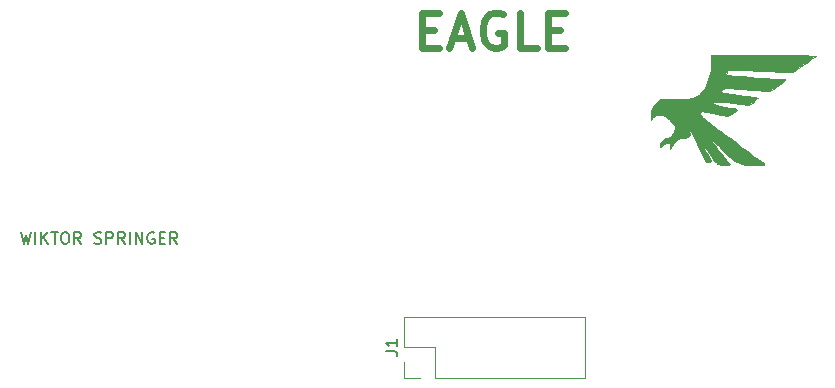
<source format=gbr>
%TF.GenerationSoftware,KiCad,Pcbnew,(5.1.9)-1*%
%TF.CreationDate,2021-05-13T01:41:10+02:00*%
%TF.ProjectId,CzujnikOdb,437a756a-6e69-46b4-9f64-622e6b696361,rev?*%
%TF.SameCoordinates,Original*%
%TF.FileFunction,Legend,Top*%
%TF.FilePolarity,Positive*%
%FSLAX46Y46*%
G04 Gerber Fmt 4.6, Leading zero omitted, Abs format (unit mm)*
G04 Created by KiCad (PCBNEW (5.1.9)-1) date 2021-05-13 01:41:10*
%MOMM*%
%LPD*%
G01*
G04 APERTURE LIST*
%ADD10C,0.150000*%
%ADD11C,0.600000*%
%ADD12C,0.010000*%
%ADD13C,0.120000*%
G04 APERTURE END LIST*
D10*
X83357142Y-115152380D02*
X83595238Y-116152380D01*
X83785714Y-115438095D01*
X83976190Y-116152380D01*
X84214285Y-115152380D01*
X84595238Y-116152380D02*
X84595238Y-115152380D01*
X85071428Y-116152380D02*
X85071428Y-115152380D01*
X85642857Y-116152380D02*
X85214285Y-115580952D01*
X85642857Y-115152380D02*
X85071428Y-115723809D01*
X85928571Y-115152380D02*
X86500000Y-115152380D01*
X86214285Y-116152380D02*
X86214285Y-115152380D01*
X87023809Y-115152380D02*
X87214285Y-115152380D01*
X87309523Y-115200000D01*
X87404761Y-115295238D01*
X87452380Y-115485714D01*
X87452380Y-115819047D01*
X87404761Y-116009523D01*
X87309523Y-116104761D01*
X87214285Y-116152380D01*
X87023809Y-116152380D01*
X86928571Y-116104761D01*
X86833333Y-116009523D01*
X86785714Y-115819047D01*
X86785714Y-115485714D01*
X86833333Y-115295238D01*
X86928571Y-115200000D01*
X87023809Y-115152380D01*
X88452380Y-116152380D02*
X88119047Y-115676190D01*
X87880952Y-116152380D02*
X87880952Y-115152380D01*
X88261904Y-115152380D01*
X88357142Y-115200000D01*
X88404761Y-115247619D01*
X88452380Y-115342857D01*
X88452380Y-115485714D01*
X88404761Y-115580952D01*
X88357142Y-115628571D01*
X88261904Y-115676190D01*
X87880952Y-115676190D01*
X89595238Y-116104761D02*
X89738095Y-116152380D01*
X89976190Y-116152380D01*
X90071428Y-116104761D01*
X90119047Y-116057142D01*
X90166666Y-115961904D01*
X90166666Y-115866666D01*
X90119047Y-115771428D01*
X90071428Y-115723809D01*
X89976190Y-115676190D01*
X89785714Y-115628571D01*
X89690476Y-115580952D01*
X89642857Y-115533333D01*
X89595238Y-115438095D01*
X89595238Y-115342857D01*
X89642857Y-115247619D01*
X89690476Y-115200000D01*
X89785714Y-115152380D01*
X90023809Y-115152380D01*
X90166666Y-115200000D01*
X90595238Y-116152380D02*
X90595238Y-115152380D01*
X90976190Y-115152380D01*
X91071428Y-115200000D01*
X91119047Y-115247619D01*
X91166666Y-115342857D01*
X91166666Y-115485714D01*
X91119047Y-115580952D01*
X91071428Y-115628571D01*
X90976190Y-115676190D01*
X90595238Y-115676190D01*
X92166666Y-116152380D02*
X91833333Y-115676190D01*
X91595238Y-116152380D02*
X91595238Y-115152380D01*
X91976190Y-115152380D01*
X92071428Y-115200000D01*
X92119047Y-115247619D01*
X92166666Y-115342857D01*
X92166666Y-115485714D01*
X92119047Y-115580952D01*
X92071428Y-115628571D01*
X91976190Y-115676190D01*
X91595238Y-115676190D01*
X92595238Y-116152380D02*
X92595238Y-115152380D01*
X93071428Y-116152380D02*
X93071428Y-115152380D01*
X93642857Y-116152380D01*
X93642857Y-115152380D01*
X94642857Y-115200000D02*
X94547619Y-115152380D01*
X94404761Y-115152380D01*
X94261904Y-115200000D01*
X94166666Y-115295238D01*
X94119047Y-115390476D01*
X94071428Y-115580952D01*
X94071428Y-115723809D01*
X94119047Y-115914285D01*
X94166666Y-116009523D01*
X94261904Y-116104761D01*
X94404761Y-116152380D01*
X94500000Y-116152380D01*
X94642857Y-116104761D01*
X94690476Y-116057142D01*
X94690476Y-115723809D01*
X94500000Y-115723809D01*
X95119047Y-115628571D02*
X95452380Y-115628571D01*
X95595238Y-116152380D02*
X95119047Y-116152380D01*
X95119047Y-115152380D01*
X95595238Y-115152380D01*
X96595238Y-116152380D02*
X96261904Y-115676190D01*
X96023809Y-116152380D02*
X96023809Y-115152380D01*
X96404761Y-115152380D01*
X96500000Y-115200000D01*
X96547619Y-115247619D01*
X96595238Y-115342857D01*
X96595238Y-115485714D01*
X96547619Y-115580952D01*
X96500000Y-115628571D01*
X96404761Y-115676190D01*
X96023809Y-115676190D01*
D11*
X117310000Y-98015714D02*
X118310000Y-98015714D01*
X118738571Y-99587142D02*
X117310000Y-99587142D01*
X117310000Y-96587142D01*
X118738571Y-96587142D01*
X119881428Y-98730000D02*
X121310000Y-98730000D01*
X119595714Y-99587142D02*
X120595714Y-96587142D01*
X121595714Y-99587142D01*
X124167142Y-96730000D02*
X123881428Y-96587142D01*
X123452857Y-96587142D01*
X123024285Y-96730000D01*
X122738571Y-97015714D01*
X122595714Y-97301428D01*
X122452857Y-97872857D01*
X122452857Y-98301428D01*
X122595714Y-98872857D01*
X122738571Y-99158571D01*
X123024285Y-99444285D01*
X123452857Y-99587142D01*
X123738571Y-99587142D01*
X124167142Y-99444285D01*
X124310000Y-99301428D01*
X124310000Y-98301428D01*
X123738571Y-98301428D01*
X127024285Y-99587142D02*
X125595714Y-99587142D01*
X125595714Y-96587142D01*
X128024285Y-98015714D02*
X129024285Y-98015714D01*
X129452857Y-99587142D02*
X128024285Y-99587142D01*
X128024285Y-96587142D01*
X129452857Y-96587142D01*
D12*
%TO.C,G\u002A\u002A\u002A*%
G36*
X147116228Y-100181949D02*
G01*
X147908762Y-100185634D01*
X148630295Y-100191477D01*
X149265584Y-100199237D01*
X149799389Y-100208668D01*
X150216469Y-100219528D01*
X150501583Y-100231573D01*
X150639489Y-100244559D01*
X150649434Y-100250668D01*
X150523403Y-100347646D01*
X150294374Y-100513155D01*
X149999768Y-100721087D01*
X149677007Y-100945337D01*
X149363509Y-101159797D01*
X149096698Y-101338359D01*
X149003321Y-101399092D01*
X148621667Y-101643850D01*
X147394000Y-101580471D01*
X147056870Y-101563886D01*
X146629493Y-101544099D01*
X146139051Y-101522236D01*
X145612728Y-101499427D01*
X145077707Y-101476800D01*
X144561170Y-101455484D01*
X144090301Y-101436606D01*
X143692282Y-101421295D01*
X143394296Y-101410679D01*
X143223527Y-101405887D01*
X143193744Y-101406125D01*
X143169851Y-101479070D01*
X143132525Y-101625653D01*
X143080561Y-101842973D01*
X144073114Y-101943400D01*
X144518970Y-101984813D01*
X145074426Y-102030841D01*
X145680001Y-102076852D01*
X146276215Y-102118212D01*
X146505000Y-102132803D01*
X146988551Y-102163370D01*
X147418264Y-102191805D01*
X147763403Y-102215971D01*
X147993229Y-102233736D01*
X148071334Y-102241559D01*
X148082606Y-102292369D01*
X147966142Y-102405336D01*
X147817334Y-102511377D01*
X147596584Y-102659604D01*
X147439546Y-102771279D01*
X147394000Y-102808620D01*
X147302576Y-102883854D01*
X147129656Y-103010550D01*
X147083183Y-103043252D01*
X146814698Y-103230680D01*
X145178183Y-103102690D01*
X144472508Y-103048783D01*
X143917030Y-103010217D01*
X143493300Y-102987089D01*
X143182868Y-102979498D01*
X142967287Y-102987540D01*
X142828105Y-103011315D01*
X142746875Y-103050919D01*
X142705147Y-103106450D01*
X142701283Y-103115824D01*
X142677673Y-103223260D01*
X142719158Y-103302423D01*
X142850288Y-103363643D01*
X143095617Y-103417248D01*
X143479695Y-103473568D01*
X143584000Y-103487187D01*
X144059676Y-103548410D01*
X144588768Y-103616305D01*
X145070444Y-103677936D01*
X145150334Y-103688132D01*
X145509466Y-103739358D01*
X145711843Y-103782704D01*
X145769658Y-103821656D01*
X145721834Y-103851370D01*
X145574625Y-103929272D01*
X145531334Y-103990606D01*
X145468776Y-104084036D01*
X145315455Y-104217062D01*
X145288222Y-104236913D01*
X145045110Y-104410024D01*
X143616055Y-104240404D01*
X143066121Y-104177834D01*
X142658647Y-104138898D01*
X142368563Y-104122592D01*
X142170797Y-104127910D01*
X142040280Y-104153850D01*
X141990384Y-104175305D01*
X141912999Y-104226539D01*
X141914084Y-104271379D01*
X142015647Y-104320820D01*
X142239696Y-104385854D01*
X142583050Y-104471368D01*
X142951413Y-104555900D01*
X143278579Y-104622270D01*
X143515338Y-104660872D01*
X143584000Y-104666751D01*
X143765781Y-104694514D01*
X143927674Y-104754753D01*
X144014178Y-104822325D01*
X144004882Y-104857418D01*
X143916397Y-104916265D01*
X143733386Y-105034961D01*
X143594758Y-105124110D01*
X143359700Y-105262768D01*
X143185661Y-105316172D01*
X142997384Y-105299576D01*
X142875092Y-105269979D01*
X142625774Y-105211426D01*
X142291983Y-105141877D01*
X141919998Y-105069884D01*
X141556097Y-105004002D01*
X141246559Y-104952784D01*
X141037664Y-104924783D01*
X140992314Y-104922000D01*
X140900261Y-104994989D01*
X140874667Y-105126873D01*
X140910524Y-105258351D01*
X141033119Y-105411142D01*
X141264983Y-105609065D01*
X141488500Y-105775760D01*
X141766330Y-105978777D01*
X141988970Y-106145307D01*
X142122660Y-106249927D01*
X142144667Y-106269868D01*
X142232650Y-106345581D01*
X142409348Y-106482360D01*
X142525667Y-106569005D01*
X142730243Y-106722742D01*
X142872593Y-106835824D01*
X142906667Y-106866813D01*
X143000835Y-106941496D01*
X143175273Y-107059777D01*
X143200800Y-107076167D01*
X143396274Y-107205780D01*
X143532827Y-107304902D01*
X143539466Y-107310404D01*
X143656484Y-107402940D01*
X143872853Y-107568694D01*
X144151879Y-107780061D01*
X144456868Y-108009433D01*
X144751128Y-108229205D01*
X144997964Y-108411770D01*
X145147665Y-108520333D01*
X145375210Y-108691416D01*
X145624056Y-108891758D01*
X145660564Y-108922500D01*
X145848558Y-109067102D01*
X145989015Y-109148662D01*
X146016222Y-109155333D01*
X146128616Y-109212280D01*
X146251000Y-109324666D01*
X146312702Y-109398814D01*
X146320691Y-109447263D01*
X146250313Y-109475341D01*
X146076914Y-109488379D01*
X145775840Y-109491706D01*
X145480956Y-109491127D01*
X145023025Y-109482936D01*
X144691979Y-109457994D01*
X144445740Y-109410752D01*
X144242231Y-109335660D01*
X144219000Y-109324666D01*
X143989627Y-109223613D01*
X143816340Y-109164374D01*
X143779301Y-109158206D01*
X143650583Y-109095086D01*
X143563133Y-109007166D01*
X143465209Y-108899712D01*
X143268731Y-108698167D01*
X142997034Y-108425985D01*
X142673454Y-108106618D01*
X142446871Y-107885333D01*
X142079370Y-107528390D01*
X141823727Y-107282988D01*
X141670443Y-107142576D01*
X141610017Y-107100603D01*
X141632948Y-107150519D01*
X141729735Y-107285773D01*
X141890878Y-107499814D01*
X141894298Y-107504333D01*
X142126457Y-107810117D01*
X142344761Y-108096001D01*
X142510438Y-108311253D01*
X142541369Y-108351000D01*
X142717290Y-108576864D01*
X142834777Y-108731702D01*
X142939897Y-108877729D01*
X143074214Y-109070666D01*
X143222701Y-109270338D01*
X143343442Y-109408006D01*
X143368254Y-109429203D01*
X143343719Y-109459321D01*
X143199385Y-109476926D01*
X142984352Y-109481671D01*
X142747719Y-109473205D01*
X142538582Y-109451182D01*
X142462167Y-109435637D01*
X142336658Y-109368631D01*
X142314000Y-109324164D01*
X142244230Y-109243264D01*
X142144667Y-109197666D01*
X142007806Y-109120629D01*
X141975334Y-109062549D01*
X141930131Y-108961675D01*
X141808588Y-108756802D01*
X141631802Y-108482422D01*
X141509667Y-108301227D01*
X141313261Y-108021515D01*
X141157787Y-107813556D01*
X141063268Y-107703347D01*
X141044000Y-107696623D01*
X141080898Y-107811788D01*
X141173633Y-108020122D01*
X141295268Y-108267071D01*
X141418864Y-108498078D01*
X141517484Y-108658591D01*
X141522139Y-108664951D01*
X141614631Y-108821605D01*
X141702969Y-109007166D01*
X141760228Y-109170420D01*
X141714899Y-109231245D01*
X141566479Y-109240000D01*
X141405954Y-109213469D01*
X141292167Y-109105977D01*
X141182281Y-108880166D01*
X141072520Y-108624619D01*
X140974953Y-108414885D01*
X140949724Y-108365955D01*
X140801956Y-108082272D01*
X140599741Y-107674889D01*
X140510628Y-107490222D01*
X140902889Y-107490222D01*
X140914511Y-107540556D01*
X140959334Y-107546666D01*
X141029024Y-107515688D01*
X141015778Y-107490222D01*
X140915298Y-107480089D01*
X140902889Y-107490222D01*
X140510628Y-107490222D01*
X140358256Y-107174466D01*
X140316613Y-107087022D01*
X140077977Y-106585044D01*
X140008513Y-106853113D01*
X139944313Y-107019372D01*
X139831695Y-107124102D01*
X139632727Y-107185613D01*
X139309474Y-107222211D01*
X139232242Y-107227766D01*
X138951603Y-107289535D01*
X138808908Y-107419666D01*
X138715748Y-107571543D01*
X138668426Y-107631333D01*
X138590650Y-107725805D01*
X138477926Y-107883005D01*
X138334667Y-108092344D01*
X138334667Y-107861838D01*
X138310511Y-107697761D01*
X138202812Y-107637582D01*
X138081384Y-107631333D01*
X137830888Y-107694666D01*
X137722351Y-107800666D01*
X137598130Y-107947198D01*
X137514916Y-107939963D01*
X137488000Y-107801310D01*
X137561453Y-107567716D01*
X137743573Y-107357198D01*
X137977001Y-107226135D01*
X138091626Y-107208000D01*
X138318114Y-107132681D01*
X138531456Y-106939760D01*
X138691441Y-106678794D01*
X138757856Y-106399336D01*
X138758000Y-106386789D01*
X138726974Y-106215648D01*
X138617424Y-106032320D01*
X138404640Y-105799761D01*
X138297402Y-105696281D01*
X138045769Y-105468261D01*
X137860159Y-105337055D01*
X137690095Y-105276592D01*
X137485100Y-105260798D01*
X137454033Y-105260666D01*
X137153580Y-105290920D01*
X136950901Y-105395666D01*
X136898632Y-105445964D01*
X136726000Y-105631263D01*
X136726000Y-105165228D01*
X136734218Y-104904868D01*
X136777612Y-104721795D01*
X136884293Y-104554866D01*
X137082371Y-104342939D01*
X137122597Y-104302596D01*
X137519193Y-103905999D01*
X138752430Y-103905527D01*
X139347156Y-103899739D01*
X139801963Y-103878743D01*
X140146025Y-103836315D01*
X140408518Y-103766233D01*
X140618616Y-103662272D01*
X140805494Y-103518212D01*
X140875434Y-103452686D01*
X141289571Y-102932645D01*
X141583290Y-102296906D01*
X141754753Y-101550650D01*
X141802984Y-100836833D01*
X141806000Y-100180666D01*
X146267934Y-100180666D01*
X147116228Y-100181949D01*
G37*
X147116228Y-100181949D02*
X147908762Y-100185634D01*
X148630295Y-100191477D01*
X149265584Y-100199237D01*
X149799389Y-100208668D01*
X150216469Y-100219528D01*
X150501583Y-100231573D01*
X150639489Y-100244559D01*
X150649434Y-100250668D01*
X150523403Y-100347646D01*
X150294374Y-100513155D01*
X149999768Y-100721087D01*
X149677007Y-100945337D01*
X149363509Y-101159797D01*
X149096698Y-101338359D01*
X149003321Y-101399092D01*
X148621667Y-101643850D01*
X147394000Y-101580471D01*
X147056870Y-101563886D01*
X146629493Y-101544099D01*
X146139051Y-101522236D01*
X145612728Y-101499427D01*
X145077707Y-101476800D01*
X144561170Y-101455484D01*
X144090301Y-101436606D01*
X143692282Y-101421295D01*
X143394296Y-101410679D01*
X143223527Y-101405887D01*
X143193744Y-101406125D01*
X143169851Y-101479070D01*
X143132525Y-101625653D01*
X143080561Y-101842973D01*
X144073114Y-101943400D01*
X144518970Y-101984813D01*
X145074426Y-102030841D01*
X145680001Y-102076852D01*
X146276215Y-102118212D01*
X146505000Y-102132803D01*
X146988551Y-102163370D01*
X147418264Y-102191805D01*
X147763403Y-102215971D01*
X147993229Y-102233736D01*
X148071334Y-102241559D01*
X148082606Y-102292369D01*
X147966142Y-102405336D01*
X147817334Y-102511377D01*
X147596584Y-102659604D01*
X147439546Y-102771279D01*
X147394000Y-102808620D01*
X147302576Y-102883854D01*
X147129656Y-103010550D01*
X147083183Y-103043252D01*
X146814698Y-103230680D01*
X145178183Y-103102690D01*
X144472508Y-103048783D01*
X143917030Y-103010217D01*
X143493300Y-102987089D01*
X143182868Y-102979498D01*
X142967287Y-102987540D01*
X142828105Y-103011315D01*
X142746875Y-103050919D01*
X142705147Y-103106450D01*
X142701283Y-103115824D01*
X142677673Y-103223260D01*
X142719158Y-103302423D01*
X142850288Y-103363643D01*
X143095617Y-103417248D01*
X143479695Y-103473568D01*
X143584000Y-103487187D01*
X144059676Y-103548410D01*
X144588768Y-103616305D01*
X145070444Y-103677936D01*
X145150334Y-103688132D01*
X145509466Y-103739358D01*
X145711843Y-103782704D01*
X145769658Y-103821656D01*
X145721834Y-103851370D01*
X145574625Y-103929272D01*
X145531334Y-103990606D01*
X145468776Y-104084036D01*
X145315455Y-104217062D01*
X145288222Y-104236913D01*
X145045110Y-104410024D01*
X143616055Y-104240404D01*
X143066121Y-104177834D01*
X142658647Y-104138898D01*
X142368563Y-104122592D01*
X142170797Y-104127910D01*
X142040280Y-104153850D01*
X141990384Y-104175305D01*
X141912999Y-104226539D01*
X141914084Y-104271379D01*
X142015647Y-104320820D01*
X142239696Y-104385854D01*
X142583050Y-104471368D01*
X142951413Y-104555900D01*
X143278579Y-104622270D01*
X143515338Y-104660872D01*
X143584000Y-104666751D01*
X143765781Y-104694514D01*
X143927674Y-104754753D01*
X144014178Y-104822325D01*
X144004882Y-104857418D01*
X143916397Y-104916265D01*
X143733386Y-105034961D01*
X143594758Y-105124110D01*
X143359700Y-105262768D01*
X143185661Y-105316172D01*
X142997384Y-105299576D01*
X142875092Y-105269979D01*
X142625774Y-105211426D01*
X142291983Y-105141877D01*
X141919998Y-105069884D01*
X141556097Y-105004002D01*
X141246559Y-104952784D01*
X141037664Y-104924783D01*
X140992314Y-104922000D01*
X140900261Y-104994989D01*
X140874667Y-105126873D01*
X140910524Y-105258351D01*
X141033119Y-105411142D01*
X141264983Y-105609065D01*
X141488500Y-105775760D01*
X141766330Y-105978777D01*
X141988970Y-106145307D01*
X142122660Y-106249927D01*
X142144667Y-106269868D01*
X142232650Y-106345581D01*
X142409348Y-106482360D01*
X142525667Y-106569005D01*
X142730243Y-106722742D01*
X142872593Y-106835824D01*
X142906667Y-106866813D01*
X143000835Y-106941496D01*
X143175273Y-107059777D01*
X143200800Y-107076167D01*
X143396274Y-107205780D01*
X143532827Y-107304902D01*
X143539466Y-107310404D01*
X143656484Y-107402940D01*
X143872853Y-107568694D01*
X144151879Y-107780061D01*
X144456868Y-108009433D01*
X144751128Y-108229205D01*
X144997964Y-108411770D01*
X145147665Y-108520333D01*
X145375210Y-108691416D01*
X145624056Y-108891758D01*
X145660564Y-108922500D01*
X145848558Y-109067102D01*
X145989015Y-109148662D01*
X146016222Y-109155333D01*
X146128616Y-109212280D01*
X146251000Y-109324666D01*
X146312702Y-109398814D01*
X146320691Y-109447263D01*
X146250313Y-109475341D01*
X146076914Y-109488379D01*
X145775840Y-109491706D01*
X145480956Y-109491127D01*
X145023025Y-109482936D01*
X144691979Y-109457994D01*
X144445740Y-109410752D01*
X144242231Y-109335660D01*
X144219000Y-109324666D01*
X143989627Y-109223613D01*
X143816340Y-109164374D01*
X143779301Y-109158206D01*
X143650583Y-109095086D01*
X143563133Y-109007166D01*
X143465209Y-108899712D01*
X143268731Y-108698167D01*
X142997034Y-108425985D01*
X142673454Y-108106618D01*
X142446871Y-107885333D01*
X142079370Y-107528390D01*
X141823727Y-107282988D01*
X141670443Y-107142576D01*
X141610017Y-107100603D01*
X141632948Y-107150519D01*
X141729735Y-107285773D01*
X141890878Y-107499814D01*
X141894298Y-107504333D01*
X142126457Y-107810117D01*
X142344761Y-108096001D01*
X142510438Y-108311253D01*
X142541369Y-108351000D01*
X142717290Y-108576864D01*
X142834777Y-108731702D01*
X142939897Y-108877729D01*
X143074214Y-109070666D01*
X143222701Y-109270338D01*
X143343442Y-109408006D01*
X143368254Y-109429203D01*
X143343719Y-109459321D01*
X143199385Y-109476926D01*
X142984352Y-109481671D01*
X142747719Y-109473205D01*
X142538582Y-109451182D01*
X142462167Y-109435637D01*
X142336658Y-109368631D01*
X142314000Y-109324164D01*
X142244230Y-109243264D01*
X142144667Y-109197666D01*
X142007806Y-109120629D01*
X141975334Y-109062549D01*
X141930131Y-108961675D01*
X141808588Y-108756802D01*
X141631802Y-108482422D01*
X141509667Y-108301227D01*
X141313261Y-108021515D01*
X141157787Y-107813556D01*
X141063268Y-107703347D01*
X141044000Y-107696623D01*
X141080898Y-107811788D01*
X141173633Y-108020122D01*
X141295268Y-108267071D01*
X141418864Y-108498078D01*
X141517484Y-108658591D01*
X141522139Y-108664951D01*
X141614631Y-108821605D01*
X141702969Y-109007166D01*
X141760228Y-109170420D01*
X141714899Y-109231245D01*
X141566479Y-109240000D01*
X141405954Y-109213469D01*
X141292167Y-109105977D01*
X141182281Y-108880166D01*
X141072520Y-108624619D01*
X140974953Y-108414885D01*
X140949724Y-108365955D01*
X140801956Y-108082272D01*
X140599741Y-107674889D01*
X140510628Y-107490222D01*
X140902889Y-107490222D01*
X140914511Y-107540556D01*
X140959334Y-107546666D01*
X141029024Y-107515688D01*
X141015778Y-107490222D01*
X140915298Y-107480089D01*
X140902889Y-107490222D01*
X140510628Y-107490222D01*
X140358256Y-107174466D01*
X140316613Y-107087022D01*
X140077977Y-106585044D01*
X140008513Y-106853113D01*
X139944313Y-107019372D01*
X139831695Y-107124102D01*
X139632727Y-107185613D01*
X139309474Y-107222211D01*
X139232242Y-107227766D01*
X138951603Y-107289535D01*
X138808908Y-107419666D01*
X138715748Y-107571543D01*
X138668426Y-107631333D01*
X138590650Y-107725805D01*
X138477926Y-107883005D01*
X138334667Y-108092344D01*
X138334667Y-107861838D01*
X138310511Y-107697761D01*
X138202812Y-107637582D01*
X138081384Y-107631333D01*
X137830888Y-107694666D01*
X137722351Y-107800666D01*
X137598130Y-107947198D01*
X137514916Y-107939963D01*
X137488000Y-107801310D01*
X137561453Y-107567716D01*
X137743573Y-107357198D01*
X137977001Y-107226135D01*
X138091626Y-107208000D01*
X138318114Y-107132681D01*
X138531456Y-106939760D01*
X138691441Y-106678794D01*
X138757856Y-106399336D01*
X138758000Y-106386789D01*
X138726974Y-106215648D01*
X138617424Y-106032320D01*
X138404640Y-105799761D01*
X138297402Y-105696281D01*
X138045769Y-105468261D01*
X137860159Y-105337055D01*
X137690095Y-105276592D01*
X137485100Y-105260798D01*
X137454033Y-105260666D01*
X137153580Y-105290920D01*
X136950901Y-105395666D01*
X136898632Y-105445964D01*
X136726000Y-105631263D01*
X136726000Y-105165228D01*
X136734218Y-104904868D01*
X136777612Y-104721795D01*
X136884293Y-104554866D01*
X137082371Y-104342939D01*
X137122597Y-104302596D01*
X137519193Y-103905999D01*
X138752430Y-103905527D01*
X139347156Y-103899739D01*
X139801963Y-103878743D01*
X140146025Y-103836315D01*
X140408518Y-103766233D01*
X140618616Y-103662272D01*
X140805494Y-103518212D01*
X140875434Y-103452686D01*
X141289571Y-102932645D01*
X141583290Y-102296906D01*
X141754753Y-101550650D01*
X141802984Y-100836833D01*
X141806000Y-100180666D01*
X146267934Y-100180666D01*
X147116228Y-100181949D01*
D13*
%TO.C,J1*%
X115790000Y-127520000D02*
X115790000Y-126190000D01*
X117120000Y-127520000D02*
X115790000Y-127520000D01*
X115790000Y-124920000D02*
X115790000Y-122320000D01*
X118390000Y-124920000D02*
X115790000Y-124920000D01*
X118390000Y-127520000D02*
X118390000Y-124920000D01*
X115790000Y-122320000D02*
X131150000Y-122320000D01*
X118390000Y-127520000D02*
X131150000Y-127520000D01*
X131150000Y-127520000D02*
X131150000Y-122320000D01*
%TD*%
%TO.C,J1*%
D10*
X114242380Y-125253333D02*
X114956666Y-125253333D01*
X115099523Y-125300952D01*
X115194761Y-125396190D01*
X115242380Y-125539047D01*
X115242380Y-125634285D01*
X115242380Y-124253333D02*
X115242380Y-124824761D01*
X115242380Y-124539047D02*
X114242380Y-124539047D01*
X114385238Y-124634285D01*
X114480476Y-124729523D01*
X114528095Y-124824761D01*
%TD*%
M02*

</source>
